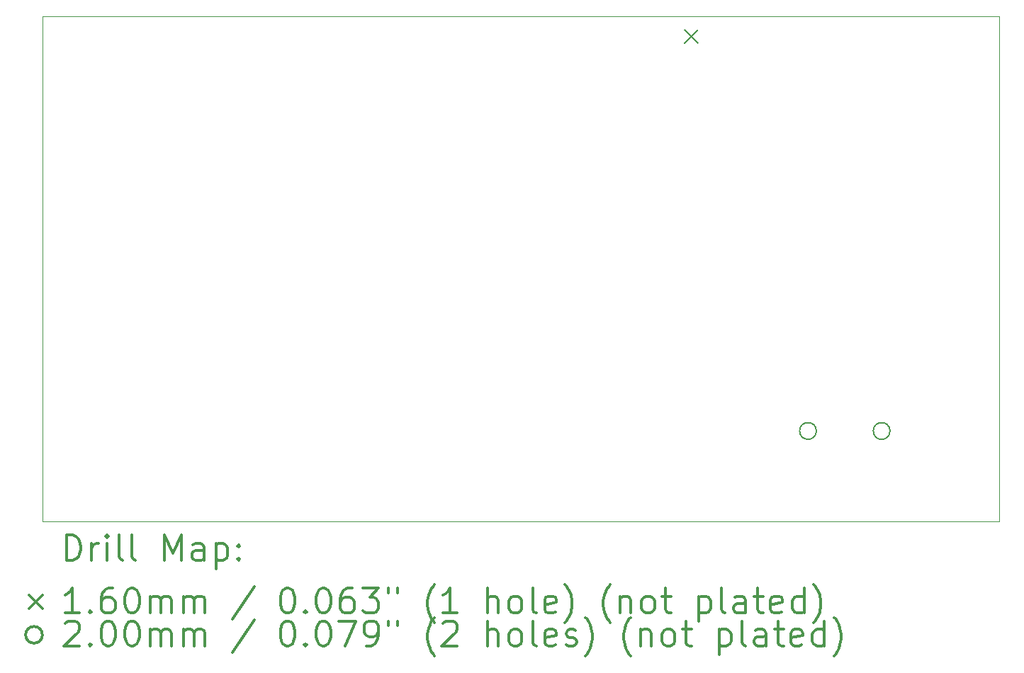
<source format=gbr>
%FSLAX45Y45*%
G04 Gerber Fmt 4.5, Leading zero omitted, Abs format (unit mm)*
G04 Created by KiCad (PCBNEW (5.1.9)-1) date 2022-12-04 20:32:49*
%MOMM*%
%LPD*%
G01*
G04 APERTURE LIST*
%TA.AperFunction,Profile*%
%ADD10C,0.050000*%
%TD*%
%ADD11C,0.200000*%
%ADD12C,0.300000*%
G04 APERTURE END LIST*
D10*
X20320000Y-13411200D02*
X20320000Y-13347700D01*
X8890000Y-13411200D02*
X20320000Y-13411200D01*
X8890000Y-7378700D02*
X8890000Y-13411200D01*
X20320000Y-7378700D02*
X8890000Y-7378700D01*
X20320000Y-13220700D02*
X20320000Y-13347700D01*
X20320000Y-7378700D02*
X20320000Y-13220700D01*
D11*
X16557000Y-7541700D02*
X16717000Y-7701700D01*
X16717000Y-7541700D02*
X16557000Y-7701700D01*
X18134500Y-12333200D02*
G75*
G03*
X18134500Y-12333200I-100000J0D01*
G01*
X19014500Y-12333200D02*
G75*
G03*
X19014500Y-12333200I-100000J0D01*
G01*
D12*
X9173928Y-13879414D02*
X9173928Y-13579414D01*
X9245357Y-13579414D01*
X9288214Y-13593700D01*
X9316786Y-13622271D01*
X9331071Y-13650843D01*
X9345357Y-13707986D01*
X9345357Y-13750843D01*
X9331071Y-13807986D01*
X9316786Y-13836557D01*
X9288214Y-13865129D01*
X9245357Y-13879414D01*
X9173928Y-13879414D01*
X9473928Y-13879414D02*
X9473928Y-13679414D01*
X9473928Y-13736557D02*
X9488214Y-13707986D01*
X9502500Y-13693700D01*
X9531071Y-13679414D01*
X9559643Y-13679414D01*
X9659643Y-13879414D02*
X9659643Y-13679414D01*
X9659643Y-13579414D02*
X9645357Y-13593700D01*
X9659643Y-13607986D01*
X9673928Y-13593700D01*
X9659643Y-13579414D01*
X9659643Y-13607986D01*
X9845357Y-13879414D02*
X9816786Y-13865129D01*
X9802500Y-13836557D01*
X9802500Y-13579414D01*
X10002500Y-13879414D02*
X9973928Y-13865129D01*
X9959643Y-13836557D01*
X9959643Y-13579414D01*
X10345357Y-13879414D02*
X10345357Y-13579414D01*
X10445357Y-13793700D01*
X10545357Y-13579414D01*
X10545357Y-13879414D01*
X10816786Y-13879414D02*
X10816786Y-13722271D01*
X10802500Y-13693700D01*
X10773928Y-13679414D01*
X10716786Y-13679414D01*
X10688214Y-13693700D01*
X10816786Y-13865129D02*
X10788214Y-13879414D01*
X10716786Y-13879414D01*
X10688214Y-13865129D01*
X10673928Y-13836557D01*
X10673928Y-13807986D01*
X10688214Y-13779414D01*
X10716786Y-13765129D01*
X10788214Y-13765129D01*
X10816786Y-13750843D01*
X10959643Y-13679414D02*
X10959643Y-13979414D01*
X10959643Y-13693700D02*
X10988214Y-13679414D01*
X11045357Y-13679414D01*
X11073928Y-13693700D01*
X11088214Y-13707986D01*
X11102500Y-13736557D01*
X11102500Y-13822271D01*
X11088214Y-13850843D01*
X11073928Y-13865129D01*
X11045357Y-13879414D01*
X10988214Y-13879414D01*
X10959643Y-13865129D01*
X11231071Y-13850843D02*
X11245357Y-13865129D01*
X11231071Y-13879414D01*
X11216786Y-13865129D01*
X11231071Y-13850843D01*
X11231071Y-13879414D01*
X11231071Y-13693700D02*
X11245357Y-13707986D01*
X11231071Y-13722271D01*
X11216786Y-13707986D01*
X11231071Y-13693700D01*
X11231071Y-13722271D01*
X8727500Y-14293700D02*
X8887500Y-14453700D01*
X8887500Y-14293700D02*
X8727500Y-14453700D01*
X9331071Y-14509414D02*
X9159643Y-14509414D01*
X9245357Y-14509414D02*
X9245357Y-14209414D01*
X9216786Y-14252271D01*
X9188214Y-14280843D01*
X9159643Y-14295129D01*
X9459643Y-14480843D02*
X9473928Y-14495129D01*
X9459643Y-14509414D01*
X9445357Y-14495129D01*
X9459643Y-14480843D01*
X9459643Y-14509414D01*
X9731071Y-14209414D02*
X9673928Y-14209414D01*
X9645357Y-14223700D01*
X9631071Y-14237986D01*
X9602500Y-14280843D01*
X9588214Y-14337986D01*
X9588214Y-14452271D01*
X9602500Y-14480843D01*
X9616786Y-14495129D01*
X9645357Y-14509414D01*
X9702500Y-14509414D01*
X9731071Y-14495129D01*
X9745357Y-14480843D01*
X9759643Y-14452271D01*
X9759643Y-14380843D01*
X9745357Y-14352271D01*
X9731071Y-14337986D01*
X9702500Y-14323700D01*
X9645357Y-14323700D01*
X9616786Y-14337986D01*
X9602500Y-14352271D01*
X9588214Y-14380843D01*
X9945357Y-14209414D02*
X9973928Y-14209414D01*
X10002500Y-14223700D01*
X10016786Y-14237986D01*
X10031071Y-14266557D01*
X10045357Y-14323700D01*
X10045357Y-14395129D01*
X10031071Y-14452271D01*
X10016786Y-14480843D01*
X10002500Y-14495129D01*
X9973928Y-14509414D01*
X9945357Y-14509414D01*
X9916786Y-14495129D01*
X9902500Y-14480843D01*
X9888214Y-14452271D01*
X9873928Y-14395129D01*
X9873928Y-14323700D01*
X9888214Y-14266557D01*
X9902500Y-14237986D01*
X9916786Y-14223700D01*
X9945357Y-14209414D01*
X10173928Y-14509414D02*
X10173928Y-14309414D01*
X10173928Y-14337986D02*
X10188214Y-14323700D01*
X10216786Y-14309414D01*
X10259643Y-14309414D01*
X10288214Y-14323700D01*
X10302500Y-14352271D01*
X10302500Y-14509414D01*
X10302500Y-14352271D02*
X10316786Y-14323700D01*
X10345357Y-14309414D01*
X10388214Y-14309414D01*
X10416786Y-14323700D01*
X10431071Y-14352271D01*
X10431071Y-14509414D01*
X10573928Y-14509414D02*
X10573928Y-14309414D01*
X10573928Y-14337986D02*
X10588214Y-14323700D01*
X10616786Y-14309414D01*
X10659643Y-14309414D01*
X10688214Y-14323700D01*
X10702500Y-14352271D01*
X10702500Y-14509414D01*
X10702500Y-14352271D02*
X10716786Y-14323700D01*
X10745357Y-14309414D01*
X10788214Y-14309414D01*
X10816786Y-14323700D01*
X10831071Y-14352271D01*
X10831071Y-14509414D01*
X11416786Y-14195129D02*
X11159643Y-14580843D01*
X11802500Y-14209414D02*
X11831071Y-14209414D01*
X11859643Y-14223700D01*
X11873928Y-14237986D01*
X11888214Y-14266557D01*
X11902500Y-14323700D01*
X11902500Y-14395129D01*
X11888214Y-14452271D01*
X11873928Y-14480843D01*
X11859643Y-14495129D01*
X11831071Y-14509414D01*
X11802500Y-14509414D01*
X11773928Y-14495129D01*
X11759643Y-14480843D01*
X11745357Y-14452271D01*
X11731071Y-14395129D01*
X11731071Y-14323700D01*
X11745357Y-14266557D01*
X11759643Y-14237986D01*
X11773928Y-14223700D01*
X11802500Y-14209414D01*
X12031071Y-14480843D02*
X12045357Y-14495129D01*
X12031071Y-14509414D01*
X12016786Y-14495129D01*
X12031071Y-14480843D01*
X12031071Y-14509414D01*
X12231071Y-14209414D02*
X12259643Y-14209414D01*
X12288214Y-14223700D01*
X12302500Y-14237986D01*
X12316786Y-14266557D01*
X12331071Y-14323700D01*
X12331071Y-14395129D01*
X12316786Y-14452271D01*
X12302500Y-14480843D01*
X12288214Y-14495129D01*
X12259643Y-14509414D01*
X12231071Y-14509414D01*
X12202500Y-14495129D01*
X12188214Y-14480843D01*
X12173928Y-14452271D01*
X12159643Y-14395129D01*
X12159643Y-14323700D01*
X12173928Y-14266557D01*
X12188214Y-14237986D01*
X12202500Y-14223700D01*
X12231071Y-14209414D01*
X12588214Y-14209414D02*
X12531071Y-14209414D01*
X12502500Y-14223700D01*
X12488214Y-14237986D01*
X12459643Y-14280843D01*
X12445357Y-14337986D01*
X12445357Y-14452271D01*
X12459643Y-14480843D01*
X12473928Y-14495129D01*
X12502500Y-14509414D01*
X12559643Y-14509414D01*
X12588214Y-14495129D01*
X12602500Y-14480843D01*
X12616786Y-14452271D01*
X12616786Y-14380843D01*
X12602500Y-14352271D01*
X12588214Y-14337986D01*
X12559643Y-14323700D01*
X12502500Y-14323700D01*
X12473928Y-14337986D01*
X12459643Y-14352271D01*
X12445357Y-14380843D01*
X12716786Y-14209414D02*
X12902500Y-14209414D01*
X12802500Y-14323700D01*
X12845357Y-14323700D01*
X12873928Y-14337986D01*
X12888214Y-14352271D01*
X12902500Y-14380843D01*
X12902500Y-14452271D01*
X12888214Y-14480843D01*
X12873928Y-14495129D01*
X12845357Y-14509414D01*
X12759643Y-14509414D01*
X12731071Y-14495129D01*
X12716786Y-14480843D01*
X13016786Y-14209414D02*
X13016786Y-14266557D01*
X13131071Y-14209414D02*
X13131071Y-14266557D01*
X13573928Y-14623700D02*
X13559643Y-14609414D01*
X13531071Y-14566557D01*
X13516786Y-14537986D01*
X13502500Y-14495129D01*
X13488214Y-14423700D01*
X13488214Y-14366557D01*
X13502500Y-14295129D01*
X13516786Y-14252271D01*
X13531071Y-14223700D01*
X13559643Y-14180843D01*
X13573928Y-14166557D01*
X13845357Y-14509414D02*
X13673928Y-14509414D01*
X13759643Y-14509414D02*
X13759643Y-14209414D01*
X13731071Y-14252271D01*
X13702500Y-14280843D01*
X13673928Y-14295129D01*
X14202500Y-14509414D02*
X14202500Y-14209414D01*
X14331071Y-14509414D02*
X14331071Y-14352271D01*
X14316786Y-14323700D01*
X14288214Y-14309414D01*
X14245357Y-14309414D01*
X14216786Y-14323700D01*
X14202500Y-14337986D01*
X14516786Y-14509414D02*
X14488214Y-14495129D01*
X14473928Y-14480843D01*
X14459643Y-14452271D01*
X14459643Y-14366557D01*
X14473928Y-14337986D01*
X14488214Y-14323700D01*
X14516786Y-14309414D01*
X14559643Y-14309414D01*
X14588214Y-14323700D01*
X14602500Y-14337986D01*
X14616786Y-14366557D01*
X14616786Y-14452271D01*
X14602500Y-14480843D01*
X14588214Y-14495129D01*
X14559643Y-14509414D01*
X14516786Y-14509414D01*
X14788214Y-14509414D02*
X14759643Y-14495129D01*
X14745357Y-14466557D01*
X14745357Y-14209414D01*
X15016786Y-14495129D02*
X14988214Y-14509414D01*
X14931071Y-14509414D01*
X14902500Y-14495129D01*
X14888214Y-14466557D01*
X14888214Y-14352271D01*
X14902500Y-14323700D01*
X14931071Y-14309414D01*
X14988214Y-14309414D01*
X15016786Y-14323700D01*
X15031071Y-14352271D01*
X15031071Y-14380843D01*
X14888214Y-14409414D01*
X15131071Y-14623700D02*
X15145357Y-14609414D01*
X15173928Y-14566557D01*
X15188214Y-14537986D01*
X15202500Y-14495129D01*
X15216786Y-14423700D01*
X15216786Y-14366557D01*
X15202500Y-14295129D01*
X15188214Y-14252271D01*
X15173928Y-14223700D01*
X15145357Y-14180843D01*
X15131071Y-14166557D01*
X15673928Y-14623700D02*
X15659643Y-14609414D01*
X15631071Y-14566557D01*
X15616786Y-14537986D01*
X15602500Y-14495129D01*
X15588214Y-14423700D01*
X15588214Y-14366557D01*
X15602500Y-14295129D01*
X15616786Y-14252271D01*
X15631071Y-14223700D01*
X15659643Y-14180843D01*
X15673928Y-14166557D01*
X15788214Y-14309414D02*
X15788214Y-14509414D01*
X15788214Y-14337986D02*
X15802500Y-14323700D01*
X15831071Y-14309414D01*
X15873928Y-14309414D01*
X15902500Y-14323700D01*
X15916786Y-14352271D01*
X15916786Y-14509414D01*
X16102500Y-14509414D02*
X16073928Y-14495129D01*
X16059643Y-14480843D01*
X16045357Y-14452271D01*
X16045357Y-14366557D01*
X16059643Y-14337986D01*
X16073928Y-14323700D01*
X16102500Y-14309414D01*
X16145357Y-14309414D01*
X16173928Y-14323700D01*
X16188214Y-14337986D01*
X16202500Y-14366557D01*
X16202500Y-14452271D01*
X16188214Y-14480843D01*
X16173928Y-14495129D01*
X16145357Y-14509414D01*
X16102500Y-14509414D01*
X16288214Y-14309414D02*
X16402500Y-14309414D01*
X16331071Y-14209414D02*
X16331071Y-14466557D01*
X16345357Y-14495129D01*
X16373928Y-14509414D01*
X16402500Y-14509414D01*
X16731071Y-14309414D02*
X16731071Y-14609414D01*
X16731071Y-14323700D02*
X16759643Y-14309414D01*
X16816786Y-14309414D01*
X16845357Y-14323700D01*
X16859643Y-14337986D01*
X16873928Y-14366557D01*
X16873928Y-14452271D01*
X16859643Y-14480843D01*
X16845357Y-14495129D01*
X16816786Y-14509414D01*
X16759643Y-14509414D01*
X16731071Y-14495129D01*
X17045357Y-14509414D02*
X17016786Y-14495129D01*
X17002500Y-14466557D01*
X17002500Y-14209414D01*
X17288214Y-14509414D02*
X17288214Y-14352271D01*
X17273928Y-14323700D01*
X17245357Y-14309414D01*
X17188214Y-14309414D01*
X17159643Y-14323700D01*
X17288214Y-14495129D02*
X17259643Y-14509414D01*
X17188214Y-14509414D01*
X17159643Y-14495129D01*
X17145357Y-14466557D01*
X17145357Y-14437986D01*
X17159643Y-14409414D01*
X17188214Y-14395129D01*
X17259643Y-14395129D01*
X17288214Y-14380843D01*
X17388214Y-14309414D02*
X17502500Y-14309414D01*
X17431071Y-14209414D02*
X17431071Y-14466557D01*
X17445357Y-14495129D01*
X17473928Y-14509414D01*
X17502500Y-14509414D01*
X17716786Y-14495129D02*
X17688214Y-14509414D01*
X17631071Y-14509414D01*
X17602500Y-14495129D01*
X17588214Y-14466557D01*
X17588214Y-14352271D01*
X17602500Y-14323700D01*
X17631071Y-14309414D01*
X17688214Y-14309414D01*
X17716786Y-14323700D01*
X17731071Y-14352271D01*
X17731071Y-14380843D01*
X17588214Y-14409414D01*
X17988214Y-14509414D02*
X17988214Y-14209414D01*
X17988214Y-14495129D02*
X17959643Y-14509414D01*
X17902500Y-14509414D01*
X17873928Y-14495129D01*
X17859643Y-14480843D01*
X17845357Y-14452271D01*
X17845357Y-14366557D01*
X17859643Y-14337986D01*
X17873928Y-14323700D01*
X17902500Y-14309414D01*
X17959643Y-14309414D01*
X17988214Y-14323700D01*
X18102500Y-14623700D02*
X18116786Y-14609414D01*
X18145357Y-14566557D01*
X18159643Y-14537986D01*
X18173928Y-14495129D01*
X18188214Y-14423700D01*
X18188214Y-14366557D01*
X18173928Y-14295129D01*
X18159643Y-14252271D01*
X18145357Y-14223700D01*
X18116786Y-14180843D01*
X18102500Y-14166557D01*
X8887500Y-14769700D02*
G75*
G03*
X8887500Y-14769700I-100000J0D01*
G01*
X9159643Y-14633986D02*
X9173928Y-14619700D01*
X9202500Y-14605414D01*
X9273928Y-14605414D01*
X9302500Y-14619700D01*
X9316786Y-14633986D01*
X9331071Y-14662557D01*
X9331071Y-14691129D01*
X9316786Y-14733986D01*
X9145357Y-14905414D01*
X9331071Y-14905414D01*
X9459643Y-14876843D02*
X9473928Y-14891129D01*
X9459643Y-14905414D01*
X9445357Y-14891129D01*
X9459643Y-14876843D01*
X9459643Y-14905414D01*
X9659643Y-14605414D02*
X9688214Y-14605414D01*
X9716786Y-14619700D01*
X9731071Y-14633986D01*
X9745357Y-14662557D01*
X9759643Y-14719700D01*
X9759643Y-14791129D01*
X9745357Y-14848271D01*
X9731071Y-14876843D01*
X9716786Y-14891129D01*
X9688214Y-14905414D01*
X9659643Y-14905414D01*
X9631071Y-14891129D01*
X9616786Y-14876843D01*
X9602500Y-14848271D01*
X9588214Y-14791129D01*
X9588214Y-14719700D01*
X9602500Y-14662557D01*
X9616786Y-14633986D01*
X9631071Y-14619700D01*
X9659643Y-14605414D01*
X9945357Y-14605414D02*
X9973928Y-14605414D01*
X10002500Y-14619700D01*
X10016786Y-14633986D01*
X10031071Y-14662557D01*
X10045357Y-14719700D01*
X10045357Y-14791129D01*
X10031071Y-14848271D01*
X10016786Y-14876843D01*
X10002500Y-14891129D01*
X9973928Y-14905414D01*
X9945357Y-14905414D01*
X9916786Y-14891129D01*
X9902500Y-14876843D01*
X9888214Y-14848271D01*
X9873928Y-14791129D01*
X9873928Y-14719700D01*
X9888214Y-14662557D01*
X9902500Y-14633986D01*
X9916786Y-14619700D01*
X9945357Y-14605414D01*
X10173928Y-14905414D02*
X10173928Y-14705414D01*
X10173928Y-14733986D02*
X10188214Y-14719700D01*
X10216786Y-14705414D01*
X10259643Y-14705414D01*
X10288214Y-14719700D01*
X10302500Y-14748271D01*
X10302500Y-14905414D01*
X10302500Y-14748271D02*
X10316786Y-14719700D01*
X10345357Y-14705414D01*
X10388214Y-14705414D01*
X10416786Y-14719700D01*
X10431071Y-14748271D01*
X10431071Y-14905414D01*
X10573928Y-14905414D02*
X10573928Y-14705414D01*
X10573928Y-14733986D02*
X10588214Y-14719700D01*
X10616786Y-14705414D01*
X10659643Y-14705414D01*
X10688214Y-14719700D01*
X10702500Y-14748271D01*
X10702500Y-14905414D01*
X10702500Y-14748271D02*
X10716786Y-14719700D01*
X10745357Y-14705414D01*
X10788214Y-14705414D01*
X10816786Y-14719700D01*
X10831071Y-14748271D01*
X10831071Y-14905414D01*
X11416786Y-14591129D02*
X11159643Y-14976843D01*
X11802500Y-14605414D02*
X11831071Y-14605414D01*
X11859643Y-14619700D01*
X11873928Y-14633986D01*
X11888214Y-14662557D01*
X11902500Y-14719700D01*
X11902500Y-14791129D01*
X11888214Y-14848271D01*
X11873928Y-14876843D01*
X11859643Y-14891129D01*
X11831071Y-14905414D01*
X11802500Y-14905414D01*
X11773928Y-14891129D01*
X11759643Y-14876843D01*
X11745357Y-14848271D01*
X11731071Y-14791129D01*
X11731071Y-14719700D01*
X11745357Y-14662557D01*
X11759643Y-14633986D01*
X11773928Y-14619700D01*
X11802500Y-14605414D01*
X12031071Y-14876843D02*
X12045357Y-14891129D01*
X12031071Y-14905414D01*
X12016786Y-14891129D01*
X12031071Y-14876843D01*
X12031071Y-14905414D01*
X12231071Y-14605414D02*
X12259643Y-14605414D01*
X12288214Y-14619700D01*
X12302500Y-14633986D01*
X12316786Y-14662557D01*
X12331071Y-14719700D01*
X12331071Y-14791129D01*
X12316786Y-14848271D01*
X12302500Y-14876843D01*
X12288214Y-14891129D01*
X12259643Y-14905414D01*
X12231071Y-14905414D01*
X12202500Y-14891129D01*
X12188214Y-14876843D01*
X12173928Y-14848271D01*
X12159643Y-14791129D01*
X12159643Y-14719700D01*
X12173928Y-14662557D01*
X12188214Y-14633986D01*
X12202500Y-14619700D01*
X12231071Y-14605414D01*
X12431071Y-14605414D02*
X12631071Y-14605414D01*
X12502500Y-14905414D01*
X12759643Y-14905414D02*
X12816786Y-14905414D01*
X12845357Y-14891129D01*
X12859643Y-14876843D01*
X12888214Y-14833986D01*
X12902500Y-14776843D01*
X12902500Y-14662557D01*
X12888214Y-14633986D01*
X12873928Y-14619700D01*
X12845357Y-14605414D01*
X12788214Y-14605414D01*
X12759643Y-14619700D01*
X12745357Y-14633986D01*
X12731071Y-14662557D01*
X12731071Y-14733986D01*
X12745357Y-14762557D01*
X12759643Y-14776843D01*
X12788214Y-14791129D01*
X12845357Y-14791129D01*
X12873928Y-14776843D01*
X12888214Y-14762557D01*
X12902500Y-14733986D01*
X13016786Y-14605414D02*
X13016786Y-14662557D01*
X13131071Y-14605414D02*
X13131071Y-14662557D01*
X13573928Y-15019700D02*
X13559643Y-15005414D01*
X13531071Y-14962557D01*
X13516786Y-14933986D01*
X13502500Y-14891129D01*
X13488214Y-14819700D01*
X13488214Y-14762557D01*
X13502500Y-14691129D01*
X13516786Y-14648271D01*
X13531071Y-14619700D01*
X13559643Y-14576843D01*
X13573928Y-14562557D01*
X13673928Y-14633986D02*
X13688214Y-14619700D01*
X13716786Y-14605414D01*
X13788214Y-14605414D01*
X13816786Y-14619700D01*
X13831071Y-14633986D01*
X13845357Y-14662557D01*
X13845357Y-14691129D01*
X13831071Y-14733986D01*
X13659643Y-14905414D01*
X13845357Y-14905414D01*
X14202500Y-14905414D02*
X14202500Y-14605414D01*
X14331071Y-14905414D02*
X14331071Y-14748271D01*
X14316786Y-14719700D01*
X14288214Y-14705414D01*
X14245357Y-14705414D01*
X14216786Y-14719700D01*
X14202500Y-14733986D01*
X14516786Y-14905414D02*
X14488214Y-14891129D01*
X14473928Y-14876843D01*
X14459643Y-14848271D01*
X14459643Y-14762557D01*
X14473928Y-14733986D01*
X14488214Y-14719700D01*
X14516786Y-14705414D01*
X14559643Y-14705414D01*
X14588214Y-14719700D01*
X14602500Y-14733986D01*
X14616786Y-14762557D01*
X14616786Y-14848271D01*
X14602500Y-14876843D01*
X14588214Y-14891129D01*
X14559643Y-14905414D01*
X14516786Y-14905414D01*
X14788214Y-14905414D02*
X14759643Y-14891129D01*
X14745357Y-14862557D01*
X14745357Y-14605414D01*
X15016786Y-14891129D02*
X14988214Y-14905414D01*
X14931071Y-14905414D01*
X14902500Y-14891129D01*
X14888214Y-14862557D01*
X14888214Y-14748271D01*
X14902500Y-14719700D01*
X14931071Y-14705414D01*
X14988214Y-14705414D01*
X15016786Y-14719700D01*
X15031071Y-14748271D01*
X15031071Y-14776843D01*
X14888214Y-14805414D01*
X15145357Y-14891129D02*
X15173928Y-14905414D01*
X15231071Y-14905414D01*
X15259643Y-14891129D01*
X15273928Y-14862557D01*
X15273928Y-14848271D01*
X15259643Y-14819700D01*
X15231071Y-14805414D01*
X15188214Y-14805414D01*
X15159643Y-14791129D01*
X15145357Y-14762557D01*
X15145357Y-14748271D01*
X15159643Y-14719700D01*
X15188214Y-14705414D01*
X15231071Y-14705414D01*
X15259643Y-14719700D01*
X15373928Y-15019700D02*
X15388214Y-15005414D01*
X15416786Y-14962557D01*
X15431071Y-14933986D01*
X15445357Y-14891129D01*
X15459643Y-14819700D01*
X15459643Y-14762557D01*
X15445357Y-14691129D01*
X15431071Y-14648271D01*
X15416786Y-14619700D01*
X15388214Y-14576843D01*
X15373928Y-14562557D01*
X15916786Y-15019700D02*
X15902500Y-15005414D01*
X15873928Y-14962557D01*
X15859643Y-14933986D01*
X15845357Y-14891129D01*
X15831071Y-14819700D01*
X15831071Y-14762557D01*
X15845357Y-14691129D01*
X15859643Y-14648271D01*
X15873928Y-14619700D01*
X15902500Y-14576843D01*
X15916786Y-14562557D01*
X16031071Y-14705414D02*
X16031071Y-14905414D01*
X16031071Y-14733986D02*
X16045357Y-14719700D01*
X16073928Y-14705414D01*
X16116786Y-14705414D01*
X16145357Y-14719700D01*
X16159643Y-14748271D01*
X16159643Y-14905414D01*
X16345357Y-14905414D02*
X16316786Y-14891129D01*
X16302500Y-14876843D01*
X16288214Y-14848271D01*
X16288214Y-14762557D01*
X16302500Y-14733986D01*
X16316786Y-14719700D01*
X16345357Y-14705414D01*
X16388214Y-14705414D01*
X16416786Y-14719700D01*
X16431071Y-14733986D01*
X16445357Y-14762557D01*
X16445357Y-14848271D01*
X16431071Y-14876843D01*
X16416786Y-14891129D01*
X16388214Y-14905414D01*
X16345357Y-14905414D01*
X16531071Y-14705414D02*
X16645357Y-14705414D01*
X16573928Y-14605414D02*
X16573928Y-14862557D01*
X16588214Y-14891129D01*
X16616786Y-14905414D01*
X16645357Y-14905414D01*
X16973928Y-14705414D02*
X16973928Y-15005414D01*
X16973928Y-14719700D02*
X17002500Y-14705414D01*
X17059643Y-14705414D01*
X17088214Y-14719700D01*
X17102500Y-14733986D01*
X17116786Y-14762557D01*
X17116786Y-14848271D01*
X17102500Y-14876843D01*
X17088214Y-14891129D01*
X17059643Y-14905414D01*
X17002500Y-14905414D01*
X16973928Y-14891129D01*
X17288214Y-14905414D02*
X17259643Y-14891129D01*
X17245357Y-14862557D01*
X17245357Y-14605414D01*
X17531071Y-14905414D02*
X17531071Y-14748271D01*
X17516786Y-14719700D01*
X17488214Y-14705414D01*
X17431071Y-14705414D01*
X17402500Y-14719700D01*
X17531071Y-14891129D02*
X17502500Y-14905414D01*
X17431071Y-14905414D01*
X17402500Y-14891129D01*
X17388214Y-14862557D01*
X17388214Y-14833986D01*
X17402500Y-14805414D01*
X17431071Y-14791129D01*
X17502500Y-14791129D01*
X17531071Y-14776843D01*
X17631071Y-14705414D02*
X17745357Y-14705414D01*
X17673928Y-14605414D02*
X17673928Y-14862557D01*
X17688214Y-14891129D01*
X17716786Y-14905414D01*
X17745357Y-14905414D01*
X17959643Y-14891129D02*
X17931071Y-14905414D01*
X17873928Y-14905414D01*
X17845357Y-14891129D01*
X17831071Y-14862557D01*
X17831071Y-14748271D01*
X17845357Y-14719700D01*
X17873928Y-14705414D01*
X17931071Y-14705414D01*
X17959643Y-14719700D01*
X17973928Y-14748271D01*
X17973928Y-14776843D01*
X17831071Y-14805414D01*
X18231071Y-14905414D02*
X18231071Y-14605414D01*
X18231071Y-14891129D02*
X18202500Y-14905414D01*
X18145357Y-14905414D01*
X18116786Y-14891129D01*
X18102500Y-14876843D01*
X18088214Y-14848271D01*
X18088214Y-14762557D01*
X18102500Y-14733986D01*
X18116786Y-14719700D01*
X18145357Y-14705414D01*
X18202500Y-14705414D01*
X18231071Y-14719700D01*
X18345357Y-15019700D02*
X18359643Y-15005414D01*
X18388214Y-14962557D01*
X18402500Y-14933986D01*
X18416786Y-14891129D01*
X18431071Y-14819700D01*
X18431071Y-14762557D01*
X18416786Y-14691129D01*
X18402500Y-14648271D01*
X18388214Y-14619700D01*
X18359643Y-14576843D01*
X18345357Y-14562557D01*
M02*

</source>
